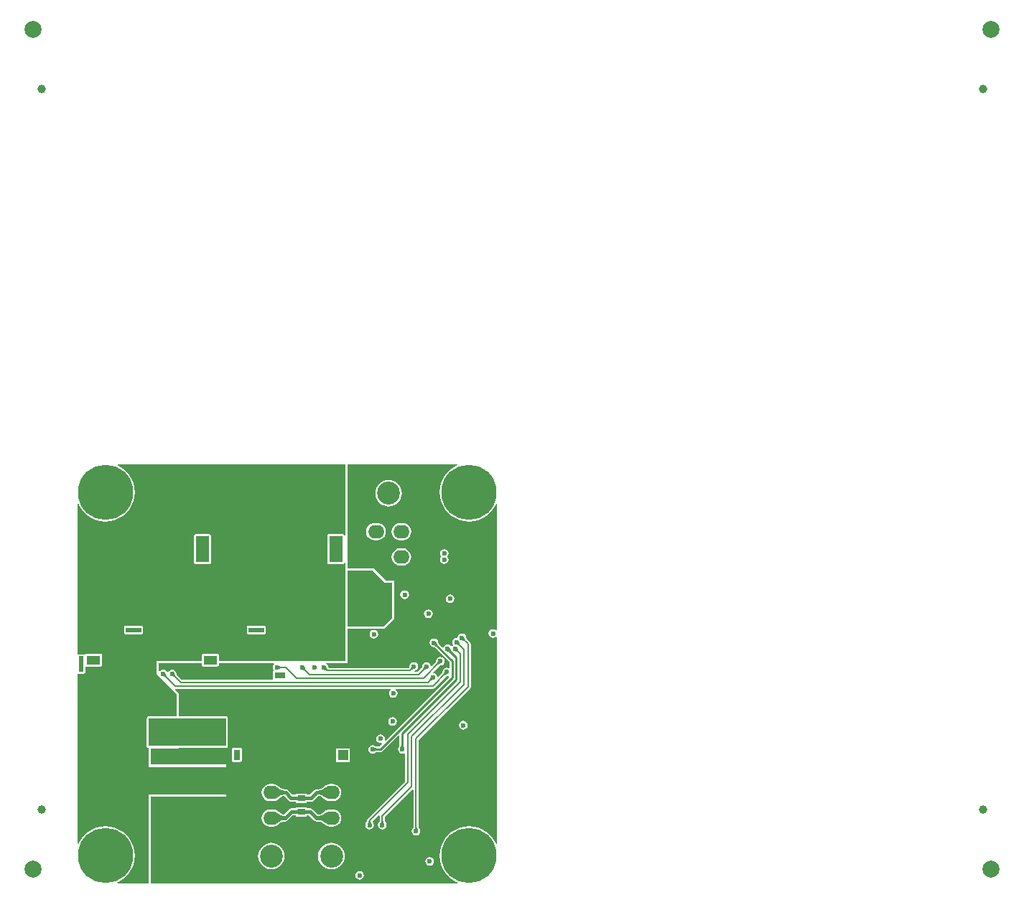
<source format=gbl>
%FSLAX25Y25*%
%MOIN*%
G70*
G01*
G75*
G04 Layer_Physical_Order=4*
G04 Layer_Color=16711680*
%ADD10C,0.00900*%
%ADD11C,0.00800*%
%ADD12C,0.01500*%
%ADD13C,0.03000*%
%ADD14C,0.05000*%
%ADD15C,0.01200*%
%ADD16C,0.02500*%
%ADD17C,0.02000*%
%ADD18C,0.04000*%
%ADD19R,0.02362X0.02756*%
%ADD20R,0.02756X0.02362*%
%ADD21O,0.05906X0.00984*%
%ADD22O,0.00984X0.05906*%
%ADD23R,0.06693X0.05512*%
%ADD24R,0.04331X0.05118*%
%ADD25O,0.06299X0.02362*%
%ADD26R,0.18898X0.17716*%
%ADD27R,0.06299X0.10630*%
%ADD28R,0.04331X0.03150*%
%ADD29R,0.02800X0.03500*%
%ADD30O,0.01969X0.06299*%
%ADD31R,0.01969X0.06299*%
%ADD32R,0.04331X0.05906*%
G04:AMPARAMS|DCode=33|XSize=157.48mil|YSize=196.85mil|CornerRadius=39.37mil|HoleSize=0mil|Usage=FLASHONLY|Rotation=180.000|XOffset=0mil|YOffset=0mil|HoleType=Round|Shape=RoundedRectangle|*
%AMROUNDEDRECTD33*
21,1,0.15748,0.11811,0,0,180.0*
21,1,0.07874,0.19685,0,0,180.0*
1,1,0.07874,-0.03937,0.05906*
1,1,0.07874,0.03937,0.05906*
1,1,0.07874,0.03937,-0.05906*
1,1,0.07874,-0.03937,-0.05906*
%
%ADD33ROUNDEDRECTD33*%
%ADD34R,0.04724X0.03150*%
%ADD35R,0.03150X0.02362*%
%ADD36R,0.02362X0.03150*%
%ADD37R,0.03937X0.10236*%
%ADD38R,0.03500X0.02800*%
%ADD39R,0.03543X0.05512*%
%ADD40R,0.08661X0.05512*%
%ADD41R,0.05118X0.03150*%
%ADD42R,0.11024X0.08268*%
%ADD43R,0.03543X0.05906*%
%ADD44R,0.10236X0.03937*%
%ADD45R,0.05512X0.06693*%
%ADD46R,0.05118X0.04331*%
%ADD47R,0.03150X0.04724*%
%ADD48R,0.12598X0.07874*%
%ADD49C,0.03937*%
%ADD50C,0.06500*%
%ADD51R,0.36600X0.13000*%
%ADD52R,0.04900X0.04900*%
%ADD53R,0.03000X0.05000*%
%ADD54R,0.12000X0.05500*%
%ADD55R,0.05500X0.10500*%
%ADD56R,0.05000X0.03000*%
%ADD57R,0.06200X0.41500*%
%ADD58R,0.07200X0.03100*%
%ADD59R,0.36000X0.13000*%
%ADD60R,0.06300X0.12400*%
%ADD61R,0.07700X0.12400*%
%ADD62C,0.25590*%
%ADD63C,0.10630*%
%ADD64O,0.07480X0.06299*%
%ADD65C,0.11811*%
%ADD66C,0.07874*%
%ADD67C,0.02362*%
%ADD68R,0.06400X0.04400*%
%ADD69R,0.06400X0.12400*%
%ADD70R,0.07200X0.02400*%
%ADD71R,0.02400X0.07200*%
%ADD72R,0.36700X0.13000*%
%ADD73C,0.07000*%
%ADD74C,0.06400*%
%ADD75C,0.06000*%
%ADD76R,0.68300X0.12400*%
G36*
X143800Y-56000D02*
X147000D01*
Y-72300D01*
X143000Y-76300D01*
X126500D01*
Y-50400D01*
X138200D01*
X143800Y-56000D01*
D02*
G37*
G36*
X177355Y-1561D02*
X176659Y-1849D01*
X174835Y-2967D01*
X173207Y-4357D01*
X171818Y-5984D01*
X170700Y-7809D01*
X169880Y-9786D01*
X169381Y-11867D01*
X169213Y-14000D01*
X169381Y-16133D01*
X169880Y-18214D01*
X170700Y-20191D01*
X171818Y-22016D01*
X173207Y-23643D01*
X174835Y-25033D01*
X176659Y-26151D01*
X178636Y-26970D01*
X180717Y-27469D01*
X182850Y-27637D01*
X184984Y-27469D01*
X187065Y-26970D01*
X189042Y-26151D01*
X190866Y-25033D01*
X192493Y-23643D01*
X193883Y-22016D01*
X195001Y-20191D01*
X195289Y-19496D01*
X195780Y-19593D01*
Y-77970D01*
X195328Y-78272D01*
X194673Y-77834D01*
X193900Y-77680D01*
X193127Y-77834D01*
X192472Y-78272D01*
X192034Y-78927D01*
X191880Y-79700D01*
X192034Y-80473D01*
X192472Y-81128D01*
X193127Y-81566D01*
X193900Y-81720D01*
X194673Y-81566D01*
X195328Y-81128D01*
X195780Y-81430D01*
Y-177257D01*
X195289Y-177355D01*
X195001Y-176659D01*
X193883Y-174835D01*
X192493Y-173207D01*
X190866Y-171818D01*
X189042Y-170700D01*
X187065Y-169880D01*
X184984Y-169381D01*
X182850Y-169213D01*
X180717Y-169381D01*
X178636Y-169880D01*
X176659Y-170700D01*
X174835Y-171818D01*
X173207Y-173207D01*
X171818Y-174835D01*
X170700Y-176659D01*
X169880Y-178636D01*
X169381Y-180717D01*
X169213Y-182850D01*
X169381Y-184984D01*
X169880Y-187065D01*
X170700Y-189042D01*
X171818Y-190866D01*
X173207Y-192493D01*
X174835Y-193883D01*
X176659Y-195001D01*
X177355Y-195289D01*
X177257Y-195780D01*
X35000D01*
Y-155500D01*
X70000D01*
Y-140500D01*
X35000D01*
Y-133000D01*
X48000D01*
Y-132816D01*
X70000D01*
X70312Y-132754D01*
X70577Y-132577D01*
X70754Y-132312D01*
X70816Y-132000D01*
Y-119000D01*
X70754Y-118688D01*
X70577Y-118423D01*
X70312Y-118246D01*
X70000Y-118184D01*
X48000D01*
Y-107500D01*
X46388Y-105888D01*
X46500Y-105324D01*
X146430D01*
X146575Y-105802D01*
X146172Y-106072D01*
X145734Y-106727D01*
X145580Y-107500D01*
X145734Y-108273D01*
X146172Y-108928D01*
X146827Y-109366D01*
X147600Y-109520D01*
X148373Y-109366D01*
X149028Y-108928D01*
X149466Y-108273D01*
X149620Y-107500D01*
X149466Y-106727D01*
X149028Y-106072D01*
X148625Y-105802D01*
X148770Y-105324D01*
X165900D01*
X166368Y-105230D01*
X166765Y-104965D01*
X172032Y-99699D01*
X172034Y-99701D01*
X172042Y-99708D01*
X172252Y-99568D01*
X172497Y-99519D01*
X172500Y-99520D01*
X173270Y-99367D01*
X173400Y-99474D01*
X173425Y-99973D01*
X144061Y-129336D01*
X143620Y-129101D01*
X143720Y-128600D01*
X143566Y-127827D01*
X143128Y-127172D01*
X142473Y-126734D01*
X141700Y-126580D01*
X140927Y-126734D01*
X140272Y-127172D01*
X139834Y-127827D01*
X139680Y-128600D01*
X139834Y-129373D01*
X140272Y-130028D01*
X140927Y-130466D01*
X141700Y-130620D01*
X142201Y-130520D01*
X142436Y-130961D01*
X141172Y-132226D01*
X139765D01*
Y-132224D01*
X139753Y-132226D01*
X139734D01*
X139453Y-132109D01*
X139428Y-132072D01*
X138773Y-131634D01*
X138000Y-131480D01*
X137227Y-131634D01*
X136572Y-132072D01*
X136134Y-132727D01*
X135980Y-133500D01*
X136134Y-134273D01*
X136572Y-134928D01*
X137227Y-135366D01*
X138000Y-135520D01*
X138773Y-135366D01*
X139428Y-134928D01*
X139453Y-134891D01*
X139734Y-134774D01*
X139753D01*
X139765Y-134776D01*
Y-134774D01*
X141700D01*
X142188Y-134678D01*
X142601Y-134401D01*
X150064Y-126939D01*
X150525Y-127130D01*
Y-131735D01*
X150524D01*
X150525Y-131747D01*
Y-131766D01*
X150409Y-132047D01*
X150372Y-132072D01*
X149934Y-132727D01*
X149780Y-133500D01*
X149934Y-134273D01*
X150372Y-134928D01*
X151027Y-135366D01*
X151800Y-135520D01*
X152573Y-135366D01*
X152636Y-135324D01*
X153077Y-135560D01*
Y-148393D01*
X135735Y-165735D01*
X135470Y-166132D01*
X135377Y-166600D01*
Y-166814D01*
X135362D01*
X135313Y-167062D01*
X135174Y-167270D01*
X135172Y-167272D01*
X134734Y-167927D01*
X134580Y-168700D01*
X134734Y-169473D01*
X135172Y-170128D01*
X135827Y-170566D01*
X136600Y-170720D01*
X137373Y-170566D01*
X138028Y-170128D01*
X138466Y-169473D01*
X138620Y-168700D01*
X138466Y-167927D01*
X138028Y-167272D01*
X138026Y-167270D01*
X137887Y-167062D01*
X137884Y-167047D01*
X140853Y-164077D01*
X141294Y-164313D01*
X141277Y-164400D01*
Y-166814D01*
X141262D01*
X141213Y-167062D01*
X141074Y-167270D01*
X141072Y-167272D01*
X140634Y-167927D01*
X140480Y-168700D01*
X140634Y-169473D01*
X141072Y-170128D01*
X141727Y-170566D01*
X142500Y-170720D01*
X143273Y-170566D01*
X143928Y-170128D01*
X144366Y-169473D01*
X144520Y-168700D01*
X144366Y-167927D01*
X143928Y-167272D01*
X143926Y-167270D01*
X143787Y-167062D01*
X143738Y-166814D01*
X143723D01*
Y-164907D01*
X156515Y-152116D01*
X156976Y-152307D01*
Y-169614D01*
X156962D01*
X156913Y-169862D01*
X156774Y-170070D01*
X156772Y-170072D01*
X156334Y-170727D01*
X156180Y-171500D01*
X156334Y-172273D01*
X156772Y-172928D01*
X157427Y-173366D01*
X158200Y-173520D01*
X158973Y-173366D01*
X159628Y-172928D01*
X160066Y-172273D01*
X160220Y-171500D01*
X160066Y-170727D01*
X159628Y-170072D01*
X159626Y-170070D01*
X159487Y-169862D01*
X159438Y-169614D01*
X159423D01*
Y-129107D01*
X183265Y-105265D01*
X183530Y-104868D01*
X183624Y-104400D01*
Y-84600D01*
X183530Y-84132D01*
X183265Y-83735D01*
X181699Y-82168D01*
X181701Y-82166D01*
D01*
X181709Y-82158D01*
X181701Y-82147D01*
Y-82147D01*
X181690Y-82131D01*
X181690Y-82131D01*
X181568Y-81948D01*
D01*
X181519Y-81703D01*
X181520Y-81700D01*
X181366Y-80927D01*
X180928Y-80272D01*
X180273Y-79834D01*
X179500Y-79680D01*
X178727Y-79834D01*
X178072Y-80272D01*
X177634Y-80927D01*
X177537Y-81414D01*
X177121Y-81692D01*
X177000Y-81668D01*
X176227Y-81822D01*
X175572Y-82260D01*
X175134Y-82915D01*
X174980Y-83688D01*
X175134Y-84461D01*
X175543Y-85073D01*
X175022Y-85422D01*
X174892Y-85616D01*
X174392D01*
X174228Y-85372D01*
X173573Y-84934D01*
X172800Y-84780D01*
X172027Y-84934D01*
X171372Y-85372D01*
X170935Y-86025D01*
X170438Y-86074D01*
X168755Y-84391D01*
X168755Y-84391D01*
X168757Y-84389D01*
X168740Y-84376D01*
X168605Y-84240D01*
X168515Y-84024D01*
X168520Y-84000D01*
X168366Y-83227D01*
X167928Y-82572D01*
X167273Y-82134D01*
X166500Y-81980D01*
X165727Y-82134D01*
X165072Y-82572D01*
X164634Y-83227D01*
X164480Y-84000D01*
X164634Y-84773D01*
X165072Y-85428D01*
X165727Y-85866D01*
X166500Y-86020D01*
X166502Y-86019D01*
X166740Y-86067D01*
X166943Y-86203D01*
X166953Y-86193D01*
X173657Y-92897D01*
Y-95316D01*
X173270Y-95633D01*
X172500Y-95480D01*
X171727Y-95634D01*
X171072Y-96072D01*
X170634Y-96727D01*
X170480Y-97500D01*
X170481Y-97503D01*
X170432Y-97748D01*
X170291Y-97958D01*
X170299Y-97966D01*
X170301Y-97968D01*
X168436Y-99833D01*
X167958Y-99688D01*
X167866Y-99227D01*
X167428Y-98572D01*
X166773Y-98134D01*
X166000Y-97980D01*
X165935Y-97858D01*
X168988Y-94805D01*
X168991Y-94808D01*
X169011Y-94782D01*
X169138Y-94654D01*
D01*
X169138Y-94654D01*
X169138Y-94654D01*
X169161Y-94631D01*
X169453Y-94511D01*
X169500Y-94520D01*
X170273Y-94366D01*
X170928Y-93928D01*
X171366Y-93273D01*
X171520Y-92500D01*
X171366Y-91727D01*
X170928Y-91072D01*
X170273Y-90634D01*
X169500Y-90480D01*
X168727Y-90634D01*
X168072Y-91072D01*
X167634Y-91727D01*
X167480Y-92500D01*
X167482Y-92511D01*
X167423Y-92807D01*
X167249Y-93067D01*
X167257Y-93075D01*
Y-93075D01*
X165447Y-94885D01*
X164968Y-94740D01*
X164866Y-94227D01*
X164428Y-93572D01*
X163773Y-93134D01*
X163000Y-92980D01*
X162227Y-93134D01*
X161572Y-93572D01*
X161134Y-94227D01*
X160980Y-95000D01*
X160981Y-95003D01*
X160932Y-95248D01*
X160792Y-95458D01*
X160799Y-95466D01*
D01*
X160795Y-95475D01*
X158793Y-97477D01*
X157455D01*
X157406Y-96979D01*
X157973Y-96866D01*
X158628Y-96428D01*
X159066Y-95773D01*
X159220Y-95000D01*
X159066Y-94227D01*
X158628Y-93572D01*
X157973Y-93134D01*
X157200Y-92980D01*
X156427Y-93134D01*
X155772Y-93572D01*
X155334Y-94227D01*
X155180Y-95000D01*
X155181Y-95003D01*
X155132Y-95248D01*
X154991Y-95458D01*
X155001Y-95468D01*
X154793Y-95676D01*
X118408D01*
X117520Y-95500D01*
X117366Y-94727D01*
X116928Y-94072D01*
X116290Y-93645D01*
X116290Y-93645D01*
X116290D01*
X116273Y-93634D01*
Y-93634D01*
X116286Y-93500D01*
X126500D01*
Y-77300D01*
X143500D01*
X148000Y-72800D01*
Y-55000D01*
X144300D01*
X138700Y-49400D01*
X126500D01*
Y-1071D01*
X177257D01*
X177355Y-1561D01*
D02*
G37*
G36*
X92311Y-93979D02*
X92172Y-94072D01*
X91734Y-94727D01*
X91580Y-95500D01*
X91734Y-96273D01*
X91979Y-96641D01*
X91923Y-96923D01*
X91923Y-96923D01*
X91923D01*
X91746Y-97188D01*
X91684Y-97500D01*
Y-100500D01*
X91722Y-100690D01*
X91405Y-101076D01*
X49407D01*
X47199Y-98868D01*
X47208Y-98858D01*
X47068Y-98648D01*
X47019Y-98403D01*
X47020Y-98400D01*
X46866Y-97627D01*
X46428Y-96972D01*
X45773Y-96534D01*
X45000Y-96380D01*
X44227Y-96534D01*
X43572Y-96972D01*
X43150Y-97603D01*
X42650D01*
X42228Y-96972D01*
X41573Y-96534D01*
X40800Y-96380D01*
X40027Y-96534D01*
X39372Y-96972D01*
X39178Y-97261D01*
X38700Y-97116D01*
Y-93500D01*
X58684D01*
Y-94200D01*
X58746Y-94512D01*
X58923Y-94777D01*
X59188Y-94954D01*
X59500Y-95016D01*
X60679D01*
X60700Y-95020D01*
X60721Y-95016D01*
X62679D01*
X62700Y-95020D01*
X62721Y-95016D01*
X64679D01*
X64700Y-95020D01*
X64721Y-95016D01*
X65900D01*
X66212Y-94954D01*
X66477Y-94777D01*
X66654Y-94512D01*
X66716Y-94200D01*
Y-93500D01*
X92166D01*
X92311Y-93979D01*
D02*
G37*
G36*
X125500Y-34184D02*
X125002Y-34233D01*
X124954Y-33988D01*
X124777Y-33723D01*
X124512Y-33546D01*
X124200Y-33484D01*
X117800D01*
X117488Y-33546D01*
X117223Y-33723D01*
X117046Y-33988D01*
X116984Y-34300D01*
Y-37979D01*
X116980Y-38000D01*
X116984Y-38021D01*
Y-42979D01*
X116980Y-43000D01*
X116984Y-43021D01*
Y-46700D01*
X117046Y-47012D01*
X117223Y-47277D01*
X117488Y-47454D01*
X117800Y-47516D01*
X124200D01*
X124512Y-47454D01*
X124777Y-47277D01*
X124954Y-47012D01*
X125002Y-46767D01*
X125500Y-46816D01*
Y-92500D01*
X66716D01*
Y-91021D01*
X66720Y-91000D01*
X66716Y-90979D01*
Y-89800D01*
X66654Y-89488D01*
X66477Y-89223D01*
X66212Y-89046D01*
X65900Y-88984D01*
X64721D01*
X64700Y-88980D01*
X64679Y-88984D01*
X62721D01*
X62700Y-88980D01*
X62679Y-88984D01*
X60721D01*
X60700Y-88980D01*
X60679Y-88984D01*
X59500D01*
X59188Y-89046D01*
X58923Y-89223D01*
X58746Y-89488D01*
X58684Y-89800D01*
Y-90979D01*
X58680Y-91000D01*
X58684Y-91021D01*
Y-92500D01*
X37700D01*
Y-98600D01*
X47000Y-107900D01*
Y-118184D01*
X34000D01*
X33688Y-118246D01*
X33423Y-118423D01*
X33246Y-118688D01*
X33184Y-119000D01*
Y-132000D01*
X33246Y-132312D01*
X33423Y-132577D01*
X33688Y-132754D01*
X34000Y-132816D01*
Y-195780D01*
X19593D01*
X19496Y-195289D01*
X20191Y-195001D01*
X22016Y-193883D01*
X23643Y-192493D01*
X25033Y-190866D01*
X26151Y-189042D01*
X26970Y-187065D01*
X27469Y-184984D01*
X27637Y-182850D01*
X27469Y-180717D01*
X26970Y-178636D01*
X26151Y-176659D01*
X25033Y-174835D01*
X23643Y-173207D01*
X22016Y-171818D01*
X20191Y-170700D01*
X18214Y-169880D01*
X16133Y-169381D01*
X14000Y-169213D01*
X11867Y-169381D01*
X9786Y-169880D01*
X7809Y-170700D01*
X5984Y-171818D01*
X4357Y-173207D01*
X2967Y-174835D01*
X1849Y-176659D01*
X1561Y-177355D01*
X1071Y-177257D01*
Y-98624D01*
X1457Y-98307D01*
X1500Y-98316D01*
X2679D01*
X2700Y-98320D01*
X2721Y-98316D01*
X3900D01*
X4212Y-98254D01*
X4477Y-98077D01*
X4654Y-97812D01*
X4716Y-97500D01*
Y-96321D01*
X4720Y-96300D01*
X4716Y-96279D01*
Y-95361D01*
X4815Y-95212D01*
X5102Y-94976D01*
X5300Y-95016D01*
X6479D01*
X6500Y-95020D01*
X6521Y-95016D01*
X8479D01*
X8500Y-95020D01*
X8521Y-95016D01*
X10479D01*
X10500Y-95020D01*
X10521Y-95016D01*
X11700D01*
X12012Y-94954D01*
X12277Y-94777D01*
X12454Y-94512D01*
X12516Y-94200D01*
Y-93021D01*
X12520Y-93000D01*
X12516Y-92979D01*
Y-91021D01*
X12520Y-91000D01*
X12516Y-90979D01*
Y-89800D01*
X12454Y-89488D01*
X12277Y-89223D01*
X12012Y-89046D01*
X11700Y-88984D01*
X10521D01*
X10500Y-88980D01*
X10479Y-88984D01*
X8521D01*
X8500Y-88980D01*
X8479Y-88984D01*
X6521D01*
X6500Y-88980D01*
X6479Y-88984D01*
X5300D01*
X4988Y-89046D01*
X4723Y-89223D01*
X4546Y-89488D01*
D01*
Y-89488D01*
X4546Y-89488D01*
Y-89488D01*
Y-89488D01*
X4273Y-89587D01*
X4212Y-89546D01*
X3900Y-89484D01*
X2721D01*
X2700Y-89480D01*
X2679Y-89484D01*
X1500D01*
X1457Y-89493D01*
X1071Y-89176D01*
Y-19593D01*
X1561Y-19496D01*
X1849Y-20191D01*
X2967Y-22016D01*
X4357Y-23643D01*
X5984Y-25033D01*
X7809Y-26151D01*
X9786Y-26970D01*
X11867Y-27469D01*
X14000Y-27637D01*
X16133Y-27469D01*
X18214Y-26970D01*
X20191Y-26151D01*
X22016Y-25033D01*
X23643Y-23643D01*
X25033Y-22016D01*
X26151Y-20191D01*
X26970Y-18214D01*
X27469Y-16133D01*
X27637Y-14000D01*
X27469Y-11867D01*
X26970Y-9786D01*
X26151Y-7809D01*
X25033Y-5984D01*
X23643Y-4357D01*
X22016Y-2967D01*
X20191Y-1849D01*
X19496Y-1561D01*
X19593Y-1071D01*
X125500D01*
Y-34184D01*
D02*
G37*
%LPC*%
G36*
Y-132980D02*
X125479Y-132984D01*
X123021D01*
X123000Y-132980D01*
X122979Y-132984D01*
X121800D01*
X121488Y-133046D01*
X121223Y-133223D01*
X121046Y-133488D01*
X120984Y-133800D01*
Y-134979D01*
X120980Y-135000D01*
X120984Y-135021D01*
Y-137479D01*
X120980Y-137500D01*
X120984Y-137521D01*
Y-138700D01*
X121046Y-139012D01*
X121223Y-139277D01*
X121488Y-139454D01*
X121800Y-139516D01*
X122979D01*
X123000Y-139520D01*
X123021Y-139516D01*
X125479D01*
X125500Y-139520D01*
X125521Y-139516D01*
X126700D01*
X127012Y-139454D01*
X127277Y-139277D01*
X127454Y-139012D01*
X127516Y-138700D01*
Y-137521D01*
X127520Y-137500D01*
X127516Y-137479D01*
Y-135021D01*
X127520Y-135000D01*
X127516Y-134979D01*
Y-133800D01*
X127454Y-133488D01*
X127277Y-133223D01*
X127012Y-133046D01*
X126700Y-132984D01*
X125521D01*
X125500Y-132980D01*
D02*
G37*
G36*
X76500Y-132684D02*
X73500D01*
X73188Y-132746D01*
X72923Y-132923D01*
X72746Y-133188D01*
X72684Y-133500D01*
Y-138500D01*
X72746Y-138812D01*
X72923Y-139077D01*
X73188Y-139254D01*
X73500Y-139316D01*
X76500D01*
X76812Y-139254D01*
X77077Y-139077D01*
X77254Y-138812D01*
X77316Y-138500D01*
Y-133500D01*
X77254Y-133188D01*
X77077Y-132923D01*
X76812Y-132746D01*
X76500Y-132684D01*
D02*
G37*
G36*
X180100Y-120280D02*
X179327Y-120434D01*
X178672Y-120872D01*
X178234Y-121527D01*
X178080Y-122300D01*
X178234Y-123073D01*
X178672Y-123728D01*
X179327Y-124166D01*
X180100Y-124320D01*
X180873Y-124166D01*
X181528Y-123728D01*
X181966Y-123073D01*
X182120Y-122300D01*
X181966Y-121527D01*
X181528Y-120872D01*
X180873Y-120434D01*
X180100Y-120280D01*
D02*
G37*
G36*
X145500Y-8456D02*
X144301Y-8574D01*
X143149Y-8923D01*
X142086Y-9491D01*
X141155Y-10255D01*
X140391Y-11186D01*
X139823Y-12249D01*
X139473Y-13401D01*
X139355Y-14600D01*
X139473Y-15799D01*
X139823Y-16951D01*
X140391Y-18014D01*
X141155Y-18945D01*
X142086Y-19709D01*
X143149Y-20277D01*
X144301Y-20627D01*
X145500Y-20745D01*
X146699Y-20627D01*
X147851Y-20277D01*
X148914Y-19709D01*
X149845Y-18945D01*
X150609Y-18014D01*
X151177Y-16951D01*
X151526Y-15799D01*
X151645Y-14600D01*
X151526Y-13401D01*
X151177Y-12249D01*
X150609Y-11186D01*
X149845Y-10255D01*
X148914Y-9491D01*
X147851Y-8923D01*
X146699Y-8574D01*
X145500Y-8456D01*
D02*
G37*
G36*
X147300Y-118580D02*
X146527Y-118734D01*
X145872Y-119172D01*
X145434Y-119827D01*
X145280Y-120600D01*
X145434Y-121373D01*
X145872Y-122028D01*
X146527Y-122466D01*
X147300Y-122620D01*
X148073Y-122466D01*
X148728Y-122028D01*
X149166Y-121373D01*
X149320Y-120600D01*
X149166Y-119827D01*
X148728Y-119172D01*
X148073Y-118734D01*
X147300Y-118580D01*
D02*
G37*
G36*
X118900Y-176955D02*
X117701Y-177074D01*
X116549Y-177423D01*
X115486Y-177991D01*
X114555Y-178755D01*
X113791Y-179686D01*
X113223Y-180749D01*
X112873Y-181901D01*
X112755Y-183100D01*
X112873Y-184299D01*
X113223Y-185451D01*
X113791Y-186514D01*
X114555Y-187445D01*
X115486Y-188209D01*
X116549Y-188777D01*
X117701Y-189127D01*
X118900Y-189245D01*
X120099Y-189127D01*
X121251Y-188777D01*
X122314Y-188209D01*
X123245Y-187445D01*
X124009Y-186514D01*
X124577Y-185451D01*
X124926Y-184299D01*
X125045Y-183100D01*
X124926Y-181901D01*
X124577Y-180749D01*
X124009Y-179686D01*
X123245Y-178755D01*
X122314Y-177991D01*
X121251Y-177423D01*
X120099Y-177074D01*
X118900Y-176955D01*
D02*
G37*
G36*
X91000D02*
X89801Y-177074D01*
X88649Y-177423D01*
X87586Y-177991D01*
X86655Y-178755D01*
X85891Y-179686D01*
X85323Y-180749D01*
X84974Y-181901D01*
X84855Y-183100D01*
X84974Y-184299D01*
X85323Y-185451D01*
X85891Y-186514D01*
X86655Y-187445D01*
X87586Y-188209D01*
X88649Y-188777D01*
X89801Y-189127D01*
X91000Y-189245D01*
X92199Y-189127D01*
X93351Y-188777D01*
X94414Y-188209D01*
X95345Y-187445D01*
X96109Y-186514D01*
X96677Y-185451D01*
X97026Y-184299D01*
X97145Y-183100D01*
X97026Y-181901D01*
X96677Y-180749D01*
X96109Y-179686D01*
X95345Y-178755D01*
X94414Y-177991D01*
X93351Y-177423D01*
X92199Y-177074D01*
X91000Y-176955D01*
D02*
G37*
G36*
X132000Y-189980D02*
X131227Y-190134D01*
X130572Y-190572D01*
X130134Y-191227D01*
X129980Y-192000D01*
X130134Y-192773D01*
X130572Y-193428D01*
X131227Y-193866D01*
X132000Y-194020D01*
X132773Y-193866D01*
X133428Y-193428D01*
X133866Y-192773D01*
X134020Y-192000D01*
X133866Y-191227D01*
X133428Y-190572D01*
X132773Y-190134D01*
X132000Y-189980D01*
D02*
G37*
G36*
X119491Y-149589D02*
X118309D01*
X117278Y-149724D01*
X116318Y-150122D01*
X115493Y-150756D01*
X115445Y-150817D01*
X114631Y-151442D01*
X113611Y-151865D01*
X112642Y-151992D01*
X112569D01*
X112516Y-151987D01*
Y-151992D01*
X112128D01*
X111523Y-152112D01*
X111010Y-152455D01*
X108845Y-154620D01*
X107550D01*
Y-154000D01*
X102450D01*
Y-154620D01*
X100855D01*
X98690Y-152455D01*
X98177Y-152112D01*
X97572Y-151992D01*
X97384D01*
Y-151987D01*
X97331Y-151992D01*
X97258D01*
X96289Y-151865D01*
X95269Y-151442D01*
X94455Y-150817D01*
X94407Y-150756D01*
X93582Y-150122D01*
X92622Y-149724D01*
X91590Y-149589D01*
X90409D01*
X89378Y-149724D01*
X88418Y-150122D01*
X87593Y-150756D01*
X86959Y-151581D01*
X86562Y-152541D01*
X86426Y-153572D01*
X86562Y-154604D01*
X86959Y-155564D01*
X87593Y-156389D01*
X88418Y-157022D01*
X89378Y-157420D01*
X90409Y-157556D01*
X91590D01*
X92622Y-157420D01*
X93582Y-157022D01*
X94407Y-156389D01*
X94455Y-156328D01*
X95269Y-155703D01*
X96289Y-155280D01*
X96957Y-155192D01*
X99082Y-157317D01*
X99595Y-157660D01*
X100200Y-157780D01*
X102450D01*
Y-158400D01*
X107550D01*
Y-157780D01*
X109500D01*
X110105Y-157660D01*
X110617Y-157317D01*
X110617Y-157317D01*
X110617Y-157317D01*
X112766Y-155169D01*
X113611Y-155280D01*
X114631Y-155703D01*
X115445Y-156328D01*
X115493Y-156389D01*
X116318Y-157022D01*
X117278Y-157420D01*
X118309Y-157556D01*
X119491D01*
X120522Y-157420D01*
X121482Y-157022D01*
X122307Y-156389D01*
X122941Y-155564D01*
X123338Y-154604D01*
X123474Y-153572D01*
X123338Y-152541D01*
X122941Y-151581D01*
X122307Y-150756D01*
X121482Y-150122D01*
X120522Y-149724D01*
X119491Y-149589D01*
D02*
G37*
G36*
X107550Y-160299D02*
X102450D01*
Y-160919D01*
X100301D01*
X99696Y-161039D01*
X99183Y-161382D01*
X96820Y-163745D01*
X96289Y-163675D01*
X95269Y-163253D01*
X94455Y-162628D01*
X94407Y-162567D01*
X93582Y-161934D01*
X92622Y-161536D01*
X91590Y-161400D01*
X90409D01*
X89378Y-161536D01*
X88418Y-161934D01*
X87593Y-162567D01*
X86959Y-163392D01*
X86562Y-164352D01*
X86426Y-165384D01*
X86562Y-166414D01*
X86959Y-167375D01*
X87593Y-168200D01*
X88418Y-168833D01*
X89378Y-169231D01*
X90409Y-169367D01*
X91590D01*
X92622Y-169231D01*
X93582Y-168833D01*
X94407Y-168200D01*
X94455Y-168139D01*
X95269Y-167514D01*
X96289Y-167091D01*
X97258Y-166964D01*
X97331D01*
X97384Y-166969D01*
Y-166964D01*
X97417D01*
X98021Y-166843D01*
X98534Y-166501D01*
X100955Y-164080D01*
X102450D01*
Y-164699D01*
X107550D01*
Y-164080D01*
X108445D01*
X110866Y-166501D01*
X111379Y-166843D01*
X111984Y-166964D01*
X112516D01*
Y-166969D01*
X112569Y-166964D01*
X112642D01*
X113611Y-167091D01*
X114631Y-167514D01*
X115445Y-168139D01*
X115493Y-168200D01*
X116318Y-168833D01*
X117278Y-169231D01*
X118309Y-169367D01*
X119491D01*
X120522Y-169231D01*
X121482Y-168833D01*
X122307Y-168200D01*
X122941Y-167375D01*
X123338Y-166414D01*
X123474Y-165384D01*
X123338Y-164352D01*
X122941Y-163392D01*
X122307Y-162567D01*
X121482Y-161934D01*
X120522Y-161536D01*
X119491Y-161400D01*
X118309D01*
X117278Y-161536D01*
X116318Y-161934D01*
X115493Y-162567D01*
X115445Y-162628D01*
X114631Y-163253D01*
X113611Y-163675D01*
X112642Y-163803D01*
X112638D01*
X110217Y-161382D01*
X109704Y-161039D01*
X109099Y-160919D01*
X107550D01*
Y-160299D01*
D02*
G37*
G36*
X164500Y-183480D02*
X163727Y-183634D01*
X163072Y-184072D01*
X162634Y-184727D01*
X162480Y-185500D01*
X162634Y-186273D01*
X163072Y-186928D01*
X163727Y-187366D01*
X164500Y-187520D01*
X165273Y-187366D01*
X165928Y-186928D01*
X166366Y-186273D01*
X166520Y-185500D01*
X166366Y-184727D01*
X165928Y-184072D01*
X165273Y-183634D01*
X164500Y-183480D01*
D02*
G37*
G36*
X151996Y-40144D02*
X150815D01*
X149784Y-40280D01*
X148823Y-40678D01*
X147998Y-41311D01*
X147365Y-42136D01*
X146967Y-43097D01*
X146831Y-44128D01*
X146967Y-45159D01*
X147365Y-46119D01*
X147998Y-46944D01*
X148823Y-47578D01*
X149784Y-47976D01*
X150815Y-48111D01*
X151996D01*
X153027Y-47976D01*
X153988Y-47578D01*
X154813Y-46944D01*
X155446Y-46119D01*
X155844Y-45159D01*
X155980Y-44128D01*
X155844Y-43097D01*
X155446Y-42136D01*
X154813Y-41311D01*
X153988Y-40678D01*
X153027Y-40280D01*
X151996Y-40144D01*
D02*
G37*
G36*
X152900Y-59680D02*
X152127Y-59834D01*
X151472Y-60272D01*
X151034Y-60927D01*
X150880Y-61700D01*
X151034Y-62473D01*
X151472Y-63128D01*
X152127Y-63566D01*
X152900Y-63720D01*
X153673Y-63566D01*
X154328Y-63128D01*
X154766Y-62473D01*
X154920Y-61700D01*
X154766Y-60927D01*
X154328Y-60272D01*
X153673Y-59834D01*
X152900Y-59680D01*
D02*
G37*
G36*
X62200Y-33484D02*
X55900D01*
X55588Y-33546D01*
X55323Y-33723D01*
X55146Y-33988D01*
X55084Y-34300D01*
Y-37476D01*
X54980Y-38000D01*
X55084Y-38524D01*
Y-42476D01*
X54980Y-43000D01*
X55084Y-43524D01*
Y-46700D01*
X55146Y-47012D01*
X55323Y-47277D01*
X55588Y-47454D01*
X55900Y-47516D01*
X62200D01*
X62512Y-47454D01*
X62777Y-47277D01*
X62954Y-47012D01*
X63016Y-46700D01*
Y-43021D01*
X63020Y-43000D01*
X63016Y-42979D01*
Y-38021D01*
X63020Y-38000D01*
X63016Y-37979D01*
Y-34300D01*
X62954Y-33988D01*
X62777Y-33723D01*
X62512Y-33546D01*
X62200Y-33484D01*
D02*
G37*
G36*
X140185Y-28333D02*
X139004D01*
X137973Y-28469D01*
X137012Y-28867D01*
X136187Y-29500D01*
X135554Y-30325D01*
X135156Y-31286D01*
X135020Y-32316D01*
X135156Y-33348D01*
X135554Y-34308D01*
X136187Y-35133D01*
X137012Y-35767D01*
X137973Y-36165D01*
X139004Y-36300D01*
X140185D01*
X141216Y-36165D01*
X142177Y-35767D01*
X143002Y-35133D01*
X143635Y-34308D01*
X144033Y-33348D01*
X144169Y-32316D01*
X144033Y-31286D01*
X143635Y-30325D01*
X143002Y-29500D01*
X142177Y-28867D01*
X141216Y-28469D01*
X140185Y-28333D01*
D02*
G37*
G36*
X171300Y-40480D02*
X170527Y-40634D01*
X169872Y-41072D01*
X169434Y-41727D01*
X169280Y-42500D01*
X169434Y-43273D01*
X169872Y-43928D01*
Y-43972D01*
X169434Y-44627D01*
X169280Y-45400D01*
X169434Y-46173D01*
X169872Y-46828D01*
X170527Y-47266D01*
X171300Y-47420D01*
X172073Y-47266D01*
X172728Y-46828D01*
X173166Y-46173D01*
X173320Y-45400D01*
X173166Y-44627D01*
X172728Y-43972D01*
Y-43928D01*
X173166Y-43273D01*
X173320Y-42500D01*
X173166Y-41727D01*
X172728Y-41072D01*
X172073Y-40634D01*
X171300Y-40480D01*
D02*
G37*
G36*
X174000Y-61580D02*
X173227Y-61734D01*
X172572Y-62172D01*
X172134Y-62827D01*
X171980Y-63600D01*
X172134Y-64373D01*
X172572Y-65028D01*
X173227Y-65466D01*
X174000Y-65620D01*
X174773Y-65466D01*
X175428Y-65028D01*
X175866Y-64373D01*
X176020Y-63600D01*
X175866Y-62827D01*
X175428Y-62172D01*
X174773Y-61734D01*
X174000Y-61580D01*
D02*
G37*
G36*
X151996Y-28333D02*
X150815D01*
X149784Y-28469D01*
X148823Y-28867D01*
X147998Y-29500D01*
X147365Y-30325D01*
X146967Y-31286D01*
X146831Y-32316D01*
X146967Y-33348D01*
X147365Y-34308D01*
X147998Y-35133D01*
X148823Y-35767D01*
X149784Y-36165D01*
X150815Y-36300D01*
X151996D01*
X153027Y-36165D01*
X153988Y-35767D01*
X154813Y-35133D01*
X155446Y-34308D01*
X155844Y-33348D01*
X155980Y-32316D01*
X155844Y-31286D01*
X155446Y-30325D01*
X154813Y-29500D01*
X153988Y-28867D01*
X153027Y-28469D01*
X151996Y-28333D01*
D02*
G37*
G36*
X138600Y-77980D02*
X137827Y-78134D01*
X137172Y-78572D01*
X136734Y-79227D01*
X136580Y-80000D01*
X136734Y-80773D01*
X137172Y-81428D01*
X137827Y-81866D01*
X138600Y-82020D01*
X139373Y-81866D01*
X140028Y-81428D01*
X140466Y-80773D01*
X140620Y-80000D01*
X140466Y-79227D01*
X140028Y-78572D01*
X139373Y-78134D01*
X138600Y-77980D01*
D02*
G37*
G36*
X29400Y-75980D02*
X29379Y-75984D01*
X27021D01*
X27000Y-75980D01*
X26979Y-75984D01*
X24621D01*
X24600Y-75980D01*
X24579Y-75984D01*
X23400D01*
X23088Y-76046D01*
X22823Y-76223D01*
X22646Y-76488D01*
X22584Y-76800D01*
Y-77979D01*
X22580Y-78000D01*
X22584Y-78021D01*
Y-79200D01*
X22646Y-79512D01*
X22823Y-79777D01*
X23088Y-79954D01*
X23400Y-80016D01*
X24579D01*
X24600Y-80020D01*
X24621Y-80016D01*
X26979D01*
X27000Y-80020D01*
X27021Y-80016D01*
X29379D01*
X29400Y-80020D01*
X29421Y-80016D01*
X30600D01*
X30912Y-79954D01*
X31177Y-79777D01*
X31354Y-79512D01*
X31416Y-79200D01*
Y-78021D01*
X31420Y-78000D01*
X31416Y-77979D01*
Y-76800D01*
X31354Y-76488D01*
X31177Y-76223D01*
X30912Y-76046D01*
X30600Y-75984D01*
X29421D01*
X29400Y-75980D01*
D02*
G37*
G36*
X163900Y-68480D02*
X163127Y-68634D01*
X162472Y-69072D01*
X162034Y-69727D01*
X161880Y-70500D01*
X162034Y-71273D01*
X162472Y-71928D01*
X163127Y-72366D01*
X163900Y-72520D01*
X164673Y-72366D01*
X165328Y-71928D01*
X165766Y-71273D01*
X165920Y-70500D01*
X165766Y-69727D01*
X165328Y-69072D01*
X164673Y-68634D01*
X163900Y-68480D01*
D02*
G37*
G36*
X86400Y-75980D02*
X86379Y-75984D01*
X84021D01*
X84000Y-75980D01*
X83979Y-75984D01*
X81621D01*
X81600Y-75980D01*
X81579Y-75984D01*
X80400D01*
X80088Y-76046D01*
X79823Y-76223D01*
X79646Y-76488D01*
X79584Y-76800D01*
Y-77979D01*
X79580Y-78000D01*
X79584Y-78021D01*
Y-79200D01*
X79646Y-79512D01*
X79823Y-79777D01*
X80088Y-79954D01*
X80400Y-80016D01*
X81579D01*
X81600Y-80020D01*
X81621Y-80016D01*
X83979D01*
X84000Y-80020D01*
X84021Y-80016D01*
X86379D01*
X86400Y-80020D01*
X86421Y-80016D01*
X87600D01*
X87912Y-79954D01*
X88177Y-79777D01*
X88354Y-79512D01*
X88416Y-79200D01*
Y-78021D01*
X88420Y-78000D01*
X88416Y-77979D01*
Y-76800D01*
X88354Y-76488D01*
X88177Y-76223D01*
X87912Y-76046D01*
X87600Y-75984D01*
X86421D01*
X86400Y-75980D01*
D02*
G37*
%LPD*%
D10*
X173531Y-86800D02*
G03*
X174048Y-88048I1765J0D01*
G01*
X174048Y-88048D02*
G03*
X172800Y-87531I-1248J-1248D01*
G01*
X167231Y-84000D02*
G03*
X167704Y-85142I1616J0D01*
G01*
X167854Y-85292D02*
G03*
X166500Y-84731I-1354J-1354D01*
G01*
X151283Y-132983D02*
G03*
X151800Y-131735I-1248J1248D01*
G01*
D02*
G03*
X152317Y-132983I1765J0D01*
G01*
X138517D02*
G03*
X139765Y-133500I1248J1248D01*
G01*
D02*
G03*
X138517Y-134017I0J-1765D01*
G01*
X176800Y-101200D02*
Y-90800D01*
X172800Y-86800D02*
X176800Y-90800D01*
X174931Y-100269D02*
Y-92369D01*
X141700Y-133500D02*
X174931Y-100269D01*
X138000Y-133500D02*
X141700D01*
X151800Y-126200D02*
X176800Y-101200D01*
X166531Y-83969D02*
X174931Y-92369D01*
X151800Y-133500D02*
Y-126200D01*
D11*
X172500Y-98281D02*
G03*
X171167Y-98833I0J-1886D01*
G01*
D02*
G03*
X171719Y-97500I-1333J1333D01*
G01*
X166000Y-100781D02*
G03*
X164667Y-101333I0J-1886D01*
G01*
D02*
G03*
X165219Y-100000I-1333J1333D01*
G01*
X169500Y-93281D02*
G03*
X168273Y-93789I0J-1735D01*
G01*
X168122Y-93940D02*
G03*
X168719Y-92500I-1440J1440D01*
G01*
X163000Y-95781D02*
G03*
X161667Y-96333I0J-1886D01*
G01*
D02*
G03*
X162219Y-95000I-1333J1333D01*
G01*
X106181Y-95500D02*
G03*
X106733Y-96833I1886J0D01*
G01*
D02*
G03*
X105400Y-96281I-1333J-1333D01*
G01*
X94152Y-94948D02*
G03*
X95486Y-95500I1333J1333D01*
G01*
D02*
G03*
X94152Y-96052I0J-1886D01*
G01*
X141948Y-168148D02*
G03*
X142500Y-166814I-1333J1333D01*
G01*
D02*
G03*
X143052Y-168148I1886J0D01*
G01*
X136048D02*
G03*
X136600Y-166814I-1333J1333D01*
G01*
D02*
G03*
X137152Y-168148I1886J0D01*
G01*
X45781Y-98400D02*
G03*
X46333Y-99733I1886J0D01*
G01*
D02*
G03*
X45000Y-99181I-1333J-1333D01*
G01*
X41581Y-98400D02*
G03*
X42133Y-99733I1886J0D01*
G01*
D02*
G03*
X40800Y-99181I-1333J-1333D01*
G01*
X157200Y-95781D02*
G03*
X155867Y-96333I0J-1886D01*
G01*
D02*
G03*
X156419Y-95000I-1333J1333D01*
G01*
X116281Y-95500D02*
G03*
X116833Y-96833I1886J0D01*
G01*
D02*
G03*
X115500Y-96281I-1333J-1333D01*
G01*
X177231Y-86850D02*
G03*
X177783Y-88183I1886J0D01*
G01*
D02*
G03*
X176450Y-87631I-1333J-1333D01*
G01*
X180281Y-81700D02*
G03*
X180833Y-83033I1886J0D01*
G01*
D02*
G03*
X179500Y-82481I-1333J-1333D01*
G01*
X157648Y-170948D02*
G03*
X158200Y-169614I-1333J1333D01*
G01*
D02*
G03*
X158752Y-170948I1886J0D01*
G01*
X177781Y-83688D02*
G03*
X178342Y-85042I1915J0D01*
G01*
X178313Y-85013D02*
G03*
X177000Y-84469I-1313J-1313D01*
G01*
X179500Y-81700D02*
X182400Y-84600D01*
Y-104400D02*
Y-84600D01*
X158200Y-128600D02*
X182400Y-104400D01*
X177000Y-83700D02*
X180500Y-87200D01*
Y-103300D02*
Y-87200D01*
X156200Y-127600D02*
X180500Y-103300D01*
X176450Y-86850D02*
X178600Y-89000D01*
Y-102200D02*
Y-89000D01*
X154300Y-126500D02*
X178600Y-102200D01*
X102700Y-100500D02*
X161563D01*
X97700Y-95500D02*
X102700Y-100500D01*
X93600Y-95500D02*
X97700D01*
X156200Y-150700D02*
Y-127600D01*
X142500Y-164400D02*
X156200Y-150700D01*
X165900Y-104100D02*
X172500Y-97500D01*
X46500Y-104100D02*
X165900D01*
X40800Y-98400D02*
X46500Y-104100D01*
X163700Y-102300D02*
X166000Y-100000D01*
X48900Y-102300D02*
X163700D01*
X45000Y-98400D02*
X48900Y-102300D01*
X161563Y-100500D02*
X169531Y-92531D01*
X159300Y-98700D02*
X163000Y-95000D01*
X108600Y-98700D02*
X159300D01*
X105400Y-95500D02*
X108600Y-98700D01*
X155300Y-96900D02*
X157200Y-95000D01*
X116900Y-96900D02*
X155300D01*
X115500Y-95500D02*
X116900Y-96900D01*
X158200Y-171500D02*
Y-128600D01*
X142500Y-168700D02*
Y-164400D01*
X177000Y-83700D02*
Y-83688D01*
X136600Y-168700D02*
Y-166600D01*
X154300Y-148900D01*
Y-126500D01*
D12*
X104190Y-156660D02*
G03*
X103081Y-156200I-1110J-1110D01*
G01*
D02*
G03*
X104190Y-155740I0J1569D01*
G01*
X105810D02*
G03*
X106919Y-156200I1110J1110D01*
G01*
D02*
G03*
X105810Y-156660I0J-1569D01*
G01*
X104190Y-162959D02*
G03*
X103081Y-162499I-1110J-1110D01*
G01*
D02*
G03*
X104190Y-162040I0J1569D01*
G01*
X105810D02*
G03*
X106919Y-162499I1110J1110D01*
G01*
D02*
G03*
X105810Y-162959I0J-1569D01*
G01*
X93287Y-151876D02*
G03*
X97384Y-153572I4096J4096D01*
G01*
D02*
G03*
X93287Y-155269I0J-5793D01*
G01*
Y-163687D02*
G03*
X97384Y-165384I4096J4096D01*
G01*
D02*
G03*
X93287Y-167080I0J-5793D01*
G01*
X116613Y-155269D02*
G03*
X112516Y-153572I-4096J-4096D01*
G01*
D02*
G03*
X116613Y-151876I0J5793D01*
G01*
Y-167080D02*
G03*
X112516Y-165384I-4096J-4096D01*
G01*
D02*
G03*
X116613Y-163687I0J5793D01*
G01*
X91000Y-153572D02*
X97572D01*
X100200Y-156200D01*
X105000D01*
X109500D01*
X112128Y-153572D01*
X118900D01*
X100301Y-162499D02*
X105000D01*
X97417Y-165384D02*
X100301Y-162499D01*
X91000Y-165384D02*
X97417D01*
X105000Y-162499D02*
X109099D01*
X111984Y-165384D01*
X118900D01*
D38*
X105000Y-162499D02*
D03*
Y-156200D02*
D03*
D49*
X-15748Y173228D02*
D03*
X421260D02*
D03*
X-15748Y-161417D02*
D03*
X421260D02*
D03*
D52*
X124250Y-136250D02*
D03*
D53*
X75000Y-136000D02*
D03*
D56*
X95000Y-99000D02*
D03*
D59*
X52000Y-125500D02*
D03*
D60*
X59050Y-40500D02*
D03*
D62*
X182850Y-14000D02*
D03*
X14000D02*
D03*
Y-182850D02*
D03*
X182850D02*
D03*
D63*
X118900Y-183100D02*
D03*
X91000D02*
D03*
X145500Y-14600D02*
D03*
D64*
X118900Y-165384D02*
D03*
Y-153572D02*
D03*
X91000Y-165384D02*
D03*
Y-153572D02*
D03*
X139594Y-44128D02*
D03*
Y-32316D02*
D03*
X151406D02*
D03*
Y-44128D02*
D03*
D65*
X63500Y-148000D02*
D03*
X63500Y-125559D02*
D03*
X40500Y-148000D02*
D03*
X40500Y-125559D02*
D03*
D66*
X-19685Y200787D02*
D03*
Y-188976D02*
D03*
X425197D02*
D03*
Y200787D02*
D03*
D67*
X176100Y-69700D02*
D03*
X146400Y-86300D02*
D03*
X75000Y-95000D02*
D03*
X138000Y-123000D02*
D03*
X120000Y-130000D02*
D03*
X177500Y-162500D02*
D03*
X170000D02*
D03*
X130000Y-177500D02*
D03*
Y-162500D02*
D03*
X80000Y-150000D02*
D03*
X105000Y-192500D02*
D03*
Y-177500D02*
D03*
X72500Y-192500D02*
D03*
X57500D02*
D03*
X42500D02*
D03*
X72500Y-177500D02*
D03*
X57500D02*
D03*
X42500D02*
D03*
X72500Y-162500D02*
D03*
X57500D02*
D03*
X42500D02*
D03*
X178000Y-36000D02*
D03*
Y-31000D02*
D03*
X172000D02*
D03*
X166000D02*
D03*
X172000Y-36000D02*
D03*
X166000D02*
D03*
X130000Y-41000D02*
D03*
Y-31000D02*
D03*
Y-36000D02*
D03*
Y-46000D02*
D03*
X190000Y-40000D02*
D03*
Y-45000D02*
D03*
Y-50000D02*
D03*
Y-55000D02*
D03*
Y-60000D02*
D03*
X112000Y-107000D02*
D03*
Y-121000D02*
D03*
X152000Y-119000D02*
D03*
X159000Y-61000D02*
D03*
Y-57000D02*
D03*
X154000D02*
D03*
X177100Y-71300D02*
D03*
X155000Y-75000D02*
D03*
X152000Y-71000D02*
D03*
X151000Y-80000D02*
D03*
X148000Y-77000D02*
D03*
X134000Y-80000D02*
D03*
X132800Y-93000D02*
D03*
X106000Y-121000D02*
D03*
X70200Y-116100D02*
D03*
X55000Y-95000D02*
D03*
X50000D02*
D03*
X70000D02*
D03*
X110900Y-95600D02*
D03*
X112000Y-116000D02*
D03*
Y-112000D02*
D03*
X130000Y-114000D02*
D03*
X123000D02*
D03*
X152000D02*
D03*
Y-109000D02*
D03*
X182500Y-155000D02*
D03*
X190000D02*
D03*
Y-147500D02*
D03*
Y-140000D02*
D03*
Y-132500D02*
D03*
X135000Y-132000D02*
D03*
X130000Y-150000D02*
D03*
Y-142000D02*
D03*
Y-135000D02*
D03*
X145300Y-152300D02*
D03*
X150000Y-146000D02*
D03*
X143000D02*
D03*
X136000D02*
D03*
X154000Y-168900D02*
D03*
X148600Y-169000D02*
D03*
X155000Y-180000D02*
D03*
X150000D02*
D03*
X155000Y-187500D02*
D03*
X150000D02*
D03*
X45200Y-112900D02*
D03*
Y-116700D02*
D03*
X40300D02*
D03*
X4000Y-157000D02*
D03*
X157300Y-87000D02*
D03*
X136500Y-74500D02*
D03*
X133000D02*
D03*
X136500Y-56500D02*
D03*
Y-60000D02*
D03*
X133000D02*
D03*
X136500Y-67000D02*
D03*
X133000D02*
D03*
X140500Y-61500D02*
D03*
X136500Y-63500D02*
D03*
X133000D02*
D03*
X139500Y-54500D02*
D03*
X184000Y-40000D02*
D03*
Y-60000D02*
D03*
Y-45000D02*
D03*
Y-50000D02*
D03*
Y-55000D02*
D03*
X193500Y-74000D02*
D03*
X185000Y-75500D02*
D03*
X189500Y-80000D02*
D03*
X185000D02*
D03*
X163700Y-106500D02*
D03*
X159400D02*
D03*
X159900Y-81300D02*
D03*
X167700Y-89500D02*
D03*
X168700Y-97400D02*
D03*
X162500Y-87000D02*
D03*
X165700Y-92500D02*
D03*
X162500Y-90500D02*
D03*
X157300D02*
D03*
X183500Y-112500D02*
D03*
Y-117500D02*
D03*
Y-107500D02*
D03*
X182000Y-125500D02*
D03*
X176500Y-123500D02*
D03*
X172500D02*
D03*
X168500D02*
D03*
X188500Y-107500D02*
D03*
Y-117500D02*
D03*
Y-112500D02*
D03*
X193500Y-117500D02*
D03*
Y-112500D02*
D03*
Y-107500D02*
D03*
Y-102500D02*
D03*
Y-97500D02*
D03*
Y-92500D02*
D03*
X125500Y-137500D02*
D03*
Y-135000D02*
D03*
X123000D02*
D03*
Y-137500D02*
D03*
X147300Y-120600D02*
D03*
X147600Y-107500D02*
D03*
X138600Y-80000D02*
D03*
X152900Y-61700D02*
D03*
X171300Y-42500D02*
D03*
Y-45400D02*
D03*
X174000Y-63600D02*
D03*
X163900Y-70500D02*
D03*
X193900Y-79700D02*
D03*
X180100Y-122300D02*
D03*
X141700Y-128600D02*
D03*
X164500Y-185500D02*
D03*
X132000Y-192000D02*
D03*
X177000Y-83688D02*
D03*
X158200Y-171500D02*
D03*
X179500Y-81700D02*
D03*
X176450Y-86850D02*
D03*
X115500Y-95500D02*
D03*
X157200Y-95000D02*
D03*
X75000Y-137000D02*
D03*
Y-135000D02*
D03*
X55000Y-137500D02*
D03*
X75000Y-150000D02*
D03*
X85000D02*
D03*
X78000Y-96000D02*
D03*
X103000Y-139500D02*
D03*
X99500D02*
D03*
X93500D02*
D03*
X70000Y-137500D02*
D03*
X40000D02*
D03*
X87500Y-131000D02*
D03*
X82500D02*
D03*
X77500D02*
D03*
X72500D02*
D03*
X87500Y-127000D02*
D03*
X82500D02*
D03*
X77500D02*
D03*
X72500D02*
D03*
X90000Y-107500D02*
D03*
Y-110000D02*
D03*
X87500Y-107500D02*
D03*
X96000Y-99000D02*
D03*
X94000D02*
D03*
X31000Y-161500D02*
D03*
Y-166000D02*
D03*
X26500D02*
D03*
X22000D02*
D03*
X17500D02*
D03*
X13000D02*
D03*
X8500D02*
D03*
X4000D02*
D03*
X13000Y-161500D02*
D03*
X4000D02*
D03*
X8500D02*
D03*
Y-157000D02*
D03*
X21700Y-138500D02*
D03*
Y-143500D02*
D03*
Y-148000D02*
D03*
Y-152500D02*
D03*
X45200Y-109300D02*
D03*
X30000Y-125000D02*
D03*
X38900Y-102500D02*
D03*
X42500Y-106000D02*
D03*
X38900D02*
D03*
X93000Y-91000D02*
D03*
X122000Y-90500D02*
D03*
X117000D02*
D03*
X112000D02*
D03*
X107000Y-91000D02*
D03*
X88000Y-90500D02*
D03*
X83000D02*
D03*
X78000D02*
D03*
X73000D02*
D03*
X68000D02*
D03*
X34500Y-91000D02*
D03*
X123000Y-78000D02*
D03*
X118000D02*
D03*
X113000D02*
D03*
X108000D02*
D03*
X103000D02*
D03*
X98000D02*
D03*
X123000Y-73000D02*
D03*
X118000D02*
D03*
X123000Y-68000D02*
D03*
X118000D02*
D03*
X93000D02*
D03*
X98000D02*
D03*
X103000D02*
D03*
X108000D02*
D03*
X113000D02*
D03*
X98000Y-73000D02*
D03*
X103000D02*
D03*
X108000D02*
D03*
X113000D02*
D03*
X93000D02*
D03*
X70000Y-82000D02*
D03*
Y-86000D02*
D03*
Y-53000D02*
D03*
Y-59000D02*
D03*
Y-65000D02*
D03*
Y-71000D02*
D03*
X29000Y-90000D02*
D03*
X24000D02*
D03*
X19000D02*
D03*
X14000D02*
D03*
X55000Y-91000D02*
D03*
X50000D02*
D03*
X55000Y-86500D02*
D03*
Y-82000D02*
D03*
X35000Y-73000D02*
D03*
X55000Y-58000D02*
D03*
Y-63000D02*
D03*
Y-73000D02*
D03*
X50000D02*
D03*
X45000D02*
D03*
X40000D02*
D03*
X55000Y-68000D02*
D03*
X50000D02*
D03*
X45000D02*
D03*
X40000D02*
D03*
X35000D02*
D03*
X13000Y-86000D02*
D03*
Y-82000D02*
D03*
Y-71000D02*
D03*
Y-65000D02*
D03*
Y-59000D02*
D03*
Y-53000D02*
D03*
X40800Y-98400D02*
D03*
X45000D02*
D03*
X136600Y-168700D02*
D03*
X142500D02*
D03*
X93600Y-95500D02*
D03*
X105400D02*
D03*
X6500Y-91000D02*
D03*
X10500D02*
D03*
X6500Y-93000D02*
D03*
X10500D02*
D03*
X8500D02*
D03*
Y-91000D02*
D03*
X62700D02*
D03*
Y-93000D02*
D03*
X64700D02*
D03*
X60700D02*
D03*
X64700Y-91000D02*
D03*
X60700D02*
D03*
X2700Y-96300D02*
D03*
Y-91500D02*
D03*
Y-93900D02*
D03*
X9250Y-101500D02*
D03*
X14350D02*
D03*
X19450D02*
D03*
X27000Y-78000D02*
D03*
X29400D02*
D03*
X24600D02*
D03*
X81600D02*
D03*
X86400D02*
D03*
X84000D02*
D03*
X3000Y-124000D02*
D03*
X6500D02*
D03*
X3000Y-127500D02*
D03*
X6500D02*
D03*
X8500Y-133000D02*
D03*
Y-142000D02*
D03*
Y-151000D02*
D03*
Y-137500D02*
D03*
Y-146500D02*
D03*
X16000Y-115000D02*
D03*
X19500Y-112000D02*
D03*
X16000D02*
D03*
X7000Y-108000D02*
D03*
X22500Y-125000D02*
D03*
Y-132500D02*
D03*
X26200Y-128700D02*
D03*
X57000Y-38000D02*
D03*
X61000D02*
D03*
X57000Y-43000D02*
D03*
X61000D02*
D03*
X119000Y-38000D02*
D03*
X121000D02*
D03*
Y-43000D02*
D03*
X123000D02*
D03*
X59000Y-38000D02*
D03*
Y-43000D02*
D03*
X123000Y-38000D02*
D03*
X119000Y-43000D02*
D03*
X163000Y-95000D02*
D03*
X169500Y-92500D02*
D03*
X166000Y-100000D02*
D03*
X172500Y-97500D02*
D03*
X138000Y-133500D02*
D03*
X151800D02*
D03*
X166500Y-84000D02*
D03*
X172800Y-86800D02*
D03*
D68*
X62700Y-92000D02*
D03*
X8500D02*
D03*
D69*
X121000Y-40500D02*
D03*
D70*
X84000Y-78000D02*
D03*
X27000D02*
D03*
D71*
X2700Y-93900D02*
D03*
D72*
X52050Y-148000D02*
D03*
M02*

</source>
